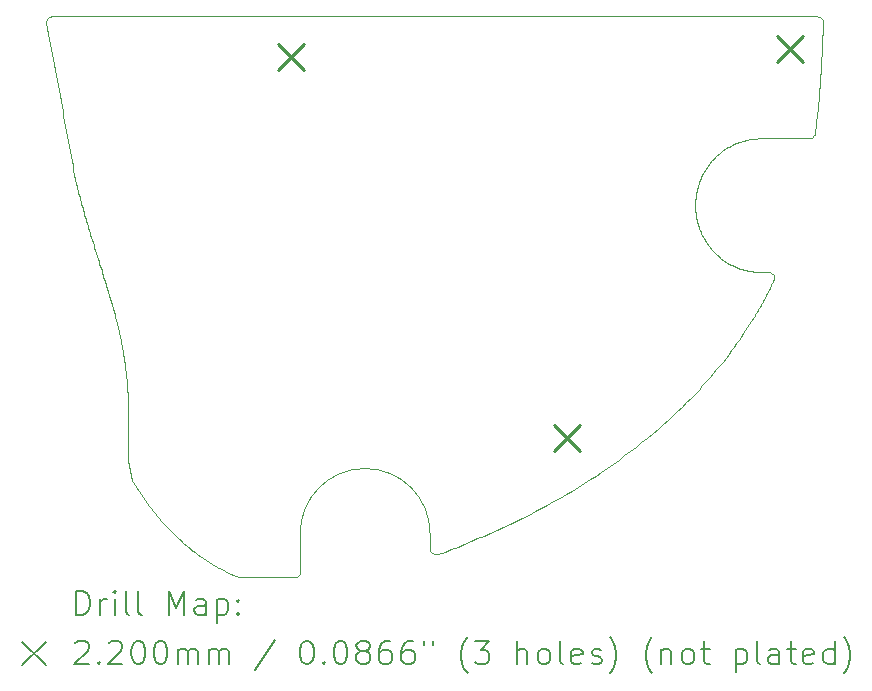
<source format=gbr>
%TF.GenerationSoftware,KiCad,Pcbnew,7.0.6*%
%TF.CreationDate,2023-07-13T14:44:57+02:00*%
%TF.ProjectId,LH_HeadLogicBoard_FreeJoy,4c485f48-6561-4644-9c6f-676963426f61,rev?*%
%TF.SameCoordinates,Original*%
%TF.FileFunction,Drillmap*%
%TF.FilePolarity,Positive*%
%FSLAX45Y45*%
G04 Gerber Fmt 4.5, Leading zero omitted, Abs format (unit mm)*
G04 Created by KiCad (PCBNEW 7.0.6) date 2023-07-13 14:44:57*
%MOMM*%
%LPD*%
G01*
G04 APERTURE LIST*
%ADD10C,0.100000*%
%ADD11C,0.200000*%
%ADD12C,0.220000*%
G04 APERTURE END LIST*
D10*
X8632537Y-4079044D02*
X8626494Y-4087414D01*
X8619829Y-4093633D01*
X2748092Y-5747828D02*
X2750682Y-5759470D01*
X2753232Y-5771120D01*
X2755741Y-5782781D01*
X2758208Y-5794454D01*
X2760634Y-5806143D01*
X2763019Y-5817848D01*
X2763962Y-5822536D01*
X2568666Y-5122869D02*
X2575310Y-5144082D01*
X2581739Y-5164589D01*
X2587961Y-5184422D01*
X2593985Y-5203617D01*
X2599820Y-5222208D01*
X2605475Y-5240231D01*
X2610958Y-5257719D01*
X2616278Y-5274708D01*
X2621443Y-5291231D01*
X2626463Y-5307324D01*
X2631346Y-5323022D01*
X2636101Y-5338358D01*
X2640736Y-5353367D01*
X2645260Y-5368085D01*
X2649683Y-5382545D01*
X2654012Y-5396783D01*
X2658256Y-5410833D01*
X2662424Y-5424729D01*
X2666525Y-5438507D01*
X2670568Y-5452201D01*
X2674561Y-5465845D01*
X2678513Y-5479474D01*
X2682432Y-5493124D01*
X2686328Y-5506827D01*
X2690209Y-5520620D01*
X2694083Y-5534536D01*
X2697960Y-5548611D01*
X2701848Y-5562879D01*
X2705757Y-5577374D01*
X2709693Y-5592132D01*
X2713667Y-5607186D01*
X2717687Y-5622572D01*
X8175672Y-4104117D02*
X8160503Y-4104344D01*
X8145354Y-4105022D01*
X8130238Y-4106147D01*
X8115164Y-4107712D01*
X8100142Y-4109712D01*
X8085183Y-4112143D01*
X8070296Y-4114999D01*
X8055493Y-4118275D01*
X8040782Y-4121965D01*
X8026174Y-4126065D01*
X8011680Y-4130569D01*
X7997309Y-4135472D01*
X7983072Y-4140768D01*
X7968979Y-4146454D01*
X7955041Y-4152522D01*
X7941266Y-4158968D01*
X7927666Y-4165787D01*
X7914250Y-4172974D01*
X7901030Y-4180523D01*
X7888014Y-4188430D01*
X7875214Y-4196688D01*
X7862639Y-4205293D01*
X7850299Y-4214239D01*
X7838206Y-4223522D01*
X7826368Y-4233136D01*
X7814796Y-4243075D01*
X7803501Y-4253335D01*
X7792492Y-4263911D01*
X7781779Y-4274796D01*
X7771374Y-4285987D01*
X7761286Y-4297477D01*
X7751524Y-4309262D01*
X2918166Y-7090913D02*
X2935616Y-7116702D01*
X2953023Y-7141830D01*
X2970382Y-7166305D01*
X2987688Y-7190140D01*
X3004938Y-7213343D01*
X3022127Y-7235926D01*
X3039250Y-7257899D01*
X3056302Y-7279272D01*
X3073279Y-7300056D01*
X3090177Y-7320261D01*
X3106990Y-7339899D01*
X3123714Y-7358978D01*
X3140345Y-7377510D01*
X3156878Y-7395505D01*
X3173309Y-7412974D01*
X3189632Y-7429927D01*
X3205844Y-7446374D01*
X3221939Y-7462326D01*
X3237914Y-7477794D01*
X3253763Y-7492787D01*
X3269483Y-7507317D01*
X3285068Y-7521393D01*
X3300513Y-7535026D01*
X3315815Y-7548227D01*
X3330969Y-7561006D01*
X3345970Y-7573374D01*
X3360814Y-7585340D01*
X3375495Y-7596916D01*
X3390010Y-7608112D01*
X3404354Y-7618938D01*
X3418523Y-7629405D01*
X3432511Y-7639523D01*
X8243547Y-5233297D02*
X8253817Y-5234363D01*
X8262530Y-5237040D01*
X8175672Y-4104117D02*
X8589194Y-4104117D01*
X8693576Y-3085783D02*
X8700136Y-3093755D01*
X8704456Y-3101781D01*
X8243547Y-5233297D02*
X8175672Y-5233297D01*
X5410905Y-7622184D02*
X5401985Y-7616985D01*
X5395146Y-7610958D01*
X8262530Y-5237040D02*
X8271626Y-5241925D01*
X8278670Y-5247710D01*
X7751524Y-4309262D02*
X7741943Y-4321538D01*
X7732723Y-4334085D01*
X7723865Y-4346893D01*
X7715372Y-4359949D01*
X7707247Y-4373243D01*
X7699493Y-4386762D01*
X7692112Y-4400496D01*
X7685107Y-4414434D01*
X7678481Y-4428563D01*
X7672235Y-4442873D01*
X7666373Y-4457352D01*
X7660898Y-4471988D01*
X7655811Y-4486771D01*
X7651116Y-4501689D01*
X7646815Y-4516731D01*
X7642911Y-4531885D01*
X7639406Y-4547140D01*
X7636303Y-4562484D01*
X7633604Y-4577907D01*
X7631313Y-4593396D01*
X7629431Y-4608941D01*
X7627962Y-4624530D01*
X7626908Y-4640151D01*
X7626272Y-4655794D01*
X7626056Y-4671447D01*
X7626263Y-4687099D01*
X7626895Y-4702737D01*
X7627955Y-4718352D01*
X7629446Y-4733931D01*
X7631371Y-4749464D01*
X7633731Y-4764938D01*
X7636530Y-4780342D01*
X4281488Y-7448351D02*
X4281488Y-7769518D01*
X7636530Y-4780342D02*
X7639681Y-4795280D01*
X7643244Y-4810117D01*
X7647211Y-4824845D01*
X7651578Y-4839454D01*
X7656337Y-4853936D01*
X7661483Y-4868281D01*
X7667009Y-4882481D01*
X7672910Y-4896526D01*
X7679178Y-4910407D01*
X7685809Y-4924115D01*
X7692796Y-4937642D01*
X7700133Y-4950977D01*
X7707813Y-4964112D01*
X7715831Y-4977038D01*
X7724181Y-4989746D01*
X7732856Y-5002226D01*
X7741850Y-5014470D01*
X7751157Y-5026469D01*
X7760771Y-5038212D01*
X7770687Y-5049693D01*
X7780897Y-5060900D01*
X7791395Y-5071825D01*
X7802176Y-5082460D01*
X7813234Y-5092795D01*
X7824562Y-5102820D01*
X7836154Y-5112528D01*
X7848004Y-5121908D01*
X7860106Y-5130952D01*
X7872453Y-5139651D01*
X7885041Y-5147995D01*
X7897862Y-5155975D01*
X7910910Y-5163583D01*
X2132302Y-3111071D02*
X2135460Y-3101242D01*
X2139875Y-3093267D01*
X8638756Y-4060722D02*
X8642419Y-4032737D01*
X8645960Y-4004681D01*
X8649382Y-3976553D01*
X8652686Y-3948352D01*
X8655877Y-3920076D01*
X8658956Y-3891724D01*
X8661925Y-3863294D01*
X8664789Y-3834785D01*
X8667548Y-3806196D01*
X8670207Y-3777524D01*
X8672767Y-3748769D01*
X8675231Y-3719930D01*
X8677602Y-3691004D01*
X8679882Y-3661990D01*
X8682074Y-3632888D01*
X8684181Y-3603694D01*
X8686205Y-3574409D01*
X8688149Y-3545030D01*
X8690016Y-3515557D01*
X8691808Y-3485987D01*
X8693527Y-3456319D01*
X8695177Y-3426552D01*
X8696759Y-3396685D01*
X8698278Y-3366715D01*
X8699735Y-3336642D01*
X8701132Y-3306464D01*
X8702473Y-3276179D01*
X8703760Y-3245787D01*
X8704996Y-3215286D01*
X8706183Y-3184673D01*
X8707325Y-3153949D01*
X8708423Y-3123111D01*
X5429746Y-7626587D02*
X5419519Y-7625164D01*
X5410905Y-7622184D01*
X3432511Y-7639523D02*
X3440945Y-7645518D01*
X3449417Y-7651453D01*
X3457924Y-7657330D01*
X3466468Y-7663148D01*
X3475046Y-7668906D01*
X3483659Y-7674604D01*
X3492306Y-7680242D01*
X3500987Y-7685820D01*
X3509701Y-7691338D01*
X3518448Y-7696795D01*
X3527226Y-7702191D01*
X3536037Y-7707526D01*
X3544878Y-7712800D01*
X3553750Y-7718013D01*
X3562652Y-7723164D01*
X3571584Y-7728253D01*
X3580545Y-7733280D01*
X3589534Y-7738245D01*
X3598552Y-7743148D01*
X3607597Y-7747987D01*
X3616669Y-7752765D01*
X3625767Y-7757478D01*
X3634892Y-7762129D01*
X3644042Y-7766716D01*
X3653217Y-7771240D01*
X3662417Y-7775700D01*
X3671640Y-7780095D01*
X3680887Y-7784427D01*
X3690158Y-7788693D01*
X3699450Y-7792896D01*
X3708765Y-7797033D01*
X3718101Y-7801105D01*
X8677436Y-3075113D02*
X8686531Y-3079998D01*
X8693576Y-3085783D01*
X2132056Y-3130418D02*
X2139887Y-3172957D01*
X2147774Y-3215766D01*
X2155712Y-3258818D01*
X2163695Y-3302083D01*
X2171719Y-3345533D01*
X2179777Y-3389141D01*
X2187864Y-3432878D01*
X2195975Y-3476717D01*
X2204105Y-3520628D01*
X2212247Y-3564584D01*
X2220397Y-3608557D01*
X2228549Y-3652518D01*
X2236698Y-3696440D01*
X2244838Y-3740293D01*
X2252964Y-3784051D01*
X2261071Y-3827684D01*
X2269153Y-3871165D01*
X2277205Y-3914465D01*
X2285220Y-3957557D01*
X2293195Y-4000411D01*
X2301124Y-4043001D01*
X2309000Y-4085298D01*
X2316819Y-4127273D01*
X2324576Y-4168898D01*
X2332264Y-4210146D01*
X2339879Y-4250988D01*
X2347415Y-4291396D01*
X2354866Y-4331341D01*
X2362228Y-4370796D01*
X2369495Y-4409733D01*
X2376661Y-4448123D01*
X2383721Y-4485938D01*
X2776533Y-5888983D02*
X2778357Y-5899335D01*
X2780145Y-5909690D01*
X2781898Y-5920048D01*
X2783615Y-5930412D01*
X2785297Y-5940781D01*
X2786943Y-5951159D01*
X2788554Y-5961544D01*
X2790130Y-5971940D01*
X5381488Y-7448351D02*
G75*
G03*
X4281488Y-7448351I-550000J0D01*
G01*
X2153640Y-3079670D02*
X2162516Y-3075004D01*
X2166824Y-3073489D01*
X4281488Y-7769518D02*
X4280422Y-7779787D01*
X4277744Y-7788500D01*
X3718101Y-7801105D02*
X3727598Y-7805170D01*
X3737016Y-7809124D01*
X3746353Y-7812970D01*
X3755609Y-7816707D01*
X2860541Y-7001212D02*
X2856490Y-6993081D01*
X2763962Y-5822536D02*
X2766020Y-5832898D01*
X2768042Y-5843266D01*
X2770031Y-5853640D01*
X2771985Y-5864023D01*
X2773904Y-5874415D01*
X2775788Y-5884818D01*
X2776533Y-5888983D01*
X8605384Y-4101423D02*
X8595363Y-4103734D01*
X8589194Y-4104117D01*
X2824206Y-6828678D02*
X2823510Y-6823659D01*
X8292399Y-5293953D02*
X8289176Y-5303743D01*
X8288728Y-5304714D01*
X5384830Y-7594590D02*
X5382133Y-7584627D01*
X5381488Y-7576617D01*
X8293543Y-5282641D02*
X8292615Y-5292906D01*
X8292399Y-5293953D01*
X8289551Y-5263709D02*
X8292593Y-5273575D01*
X8293543Y-5282641D01*
X2856490Y-6993081D02*
X2853977Y-6984352D01*
X4126152Y-7819445D02*
X4137335Y-7819448D01*
X4147397Y-7819454D01*
X4159410Y-7819467D01*
X4170251Y-7819483D01*
X4180386Y-7819499D01*
X4192779Y-7819517D01*
X4203043Y-7819527D01*
X4214126Y-7819530D01*
X4217080Y-7819529D01*
X3774366Y-7820280D02*
X3785413Y-7820237D01*
X3796483Y-7820195D01*
X3807577Y-7820154D01*
X3818694Y-7820113D01*
X3829836Y-7820073D01*
X3841003Y-7820034D01*
X3852198Y-7819995D01*
X3863419Y-7819957D01*
X8619829Y-4093633D02*
X8611096Y-4099064D01*
X8605384Y-4101423D01*
X2383721Y-4485938D02*
X2388835Y-4505946D01*
X2393911Y-4525637D01*
X2398957Y-4545041D01*
X2403981Y-4564191D01*
X2408992Y-4583117D01*
X2413997Y-4601849D01*
X2419005Y-4620420D01*
X2424023Y-4638860D01*
X2429060Y-4657200D01*
X2434124Y-4675471D01*
X2439222Y-4693704D01*
X2444364Y-4711931D01*
X2449556Y-4730182D01*
X2454808Y-4748489D01*
X2460127Y-4766882D01*
X2465521Y-4785392D01*
X2470999Y-4804051D01*
X2476568Y-4822889D01*
X2482236Y-4841939D01*
X2488012Y-4861229D01*
X2493904Y-4880793D01*
X2499920Y-4900660D01*
X2506067Y-4920862D01*
X2512355Y-4941430D01*
X2518791Y-4962395D01*
X2525383Y-4983787D01*
X2532139Y-5005639D01*
X2539067Y-5027981D01*
X2546176Y-5050844D01*
X2553473Y-5074258D01*
X2560967Y-5098257D01*
X2568666Y-5122869D01*
X3764815Y-7819397D02*
X3755609Y-7816707D01*
X2132056Y-3130418D02*
X2131246Y-3120125D01*
X2132302Y-3111071D01*
X8704456Y-3101781D02*
X8707481Y-3111557D01*
X8707610Y-3112229D01*
X4241512Y-7818503D02*
X4231545Y-7819518D01*
X7910910Y-5163583D02*
X7926146Y-5171850D01*
X7941635Y-5179617D01*
X7957360Y-5186880D01*
X7973303Y-5193634D01*
X7989450Y-5199875D01*
X8005782Y-5205598D01*
X8022283Y-5210797D01*
X8038938Y-5215470D01*
X8055728Y-5219610D01*
X8072638Y-5223213D01*
X8089650Y-5226275D01*
X8106749Y-5228790D01*
X8123917Y-5230755D01*
X8141138Y-5232164D01*
X8158395Y-5233013D01*
X8175672Y-5233297D01*
X2809828Y-6131594D02*
X2811023Y-6144078D01*
X2812169Y-6156553D01*
X2813266Y-6169022D01*
X2814316Y-6181485D01*
X2815320Y-6193943D01*
X2816277Y-6206397D01*
X2817188Y-6218848D01*
X2818055Y-6231297D01*
X2818878Y-6243745D01*
X2819656Y-6256193D01*
X2820393Y-6268642D01*
X2821086Y-6281093D01*
X2821739Y-6293547D01*
X2822350Y-6306004D01*
X2822921Y-6318467D01*
X2823453Y-6330936D01*
X2823453Y-6330936D02*
X2824080Y-6347044D01*
X2824640Y-6363083D01*
X2825134Y-6379054D01*
X2825566Y-6394959D01*
X2825939Y-6410799D01*
X2826254Y-6426575D01*
X2826515Y-6442288D01*
X2826724Y-6457940D01*
X2826884Y-6473532D01*
X2826998Y-6489066D01*
X2827069Y-6504542D01*
X2827098Y-6519962D01*
X2827090Y-6535327D01*
X2827047Y-6550639D01*
X2826971Y-6565899D01*
X2826865Y-6581108D01*
X2826731Y-6596267D01*
X2826574Y-6611378D01*
X2826395Y-6626442D01*
X2826196Y-6641461D01*
X2825982Y-6656435D01*
X2825754Y-6671366D01*
X2825515Y-6686256D01*
X2825268Y-6701105D01*
X2825015Y-6715914D01*
X2824760Y-6730686D01*
X2824505Y-6745422D01*
X2824252Y-6760122D01*
X2824005Y-6774788D01*
X2823767Y-6789421D01*
X2823539Y-6804023D01*
X2823325Y-6818595D01*
X5381488Y-7448351D02*
X5381488Y-7576617D01*
X8707610Y-3112229D02*
X8708442Y-3122428D01*
X8708423Y-3123111D01*
X5448847Y-7623507D02*
X5504917Y-7602505D01*
X5560812Y-7581074D01*
X5616523Y-7559210D01*
X5672044Y-7536909D01*
X5727369Y-7514164D01*
X5782490Y-7490971D01*
X5837401Y-7467325D01*
X5892096Y-7443222D01*
X5946566Y-7418655D01*
X6000806Y-7393621D01*
X6054809Y-7368114D01*
X6108568Y-7342129D01*
X6162076Y-7315662D01*
X6215326Y-7288707D01*
X6268312Y-7261260D01*
X6321027Y-7233315D01*
X6373464Y-7204867D01*
X6425617Y-7175913D01*
X6477478Y-7146445D01*
X6529040Y-7116461D01*
X6580298Y-7085954D01*
X6631244Y-7054921D01*
X6681872Y-7023355D01*
X6732174Y-6991252D01*
X6782144Y-6958607D01*
X6831775Y-6925415D01*
X6881061Y-6891671D01*
X6929994Y-6857370D01*
X6978569Y-6822508D01*
X7026777Y-6787078D01*
X7074612Y-6751077D01*
X7122068Y-6714499D01*
X4078981Y-7819462D02*
X4089698Y-7819456D01*
X4100772Y-7819451D01*
X4111527Y-7819447D01*
X4122557Y-7819446D01*
X4126152Y-7819445D01*
X3774366Y-7820280D02*
X3764815Y-7819397D01*
X3863419Y-7819957D02*
X3877094Y-7819912D01*
X3887500Y-7819878D01*
X3898826Y-7819843D01*
X3910976Y-7819805D01*
X3923855Y-7819767D01*
X3937366Y-7819729D01*
X3951415Y-7819691D01*
X3965904Y-7819654D01*
X3980740Y-7819618D01*
X3995825Y-7819584D01*
X4011064Y-7819553D01*
X4026362Y-7819525D01*
X4041622Y-7819501D01*
X4056749Y-7819482D01*
X4071647Y-7819467D01*
X4078981Y-7819462D01*
X2717687Y-5622572D02*
X2720706Y-5634252D01*
X2723692Y-5645940D01*
X2726643Y-5657637D01*
X2729560Y-5669345D01*
X2732442Y-5681066D01*
X2735288Y-5692802D01*
X2738099Y-5704555D01*
X2740874Y-5716328D01*
X2743612Y-5728121D01*
X2746312Y-5739937D01*
X2748092Y-5747828D01*
X2823510Y-6823659D02*
X2823325Y-6818595D01*
X2860541Y-7001212D02*
X2865979Y-7009985D01*
X2871410Y-7018682D01*
X2876834Y-7027303D01*
X2882251Y-7035848D01*
X2887660Y-7044318D01*
X2894861Y-7055494D01*
X2902048Y-7066539D01*
X2909221Y-7077453D01*
X2916379Y-7088237D01*
X2918166Y-7090913D01*
X8100198Y-5650882D02*
X8107718Y-5638687D01*
X8115042Y-5626740D01*
X8122179Y-5615025D01*
X8129140Y-5603527D01*
X8135932Y-5592229D01*
X8142566Y-5581115D01*
X8149049Y-5570170D01*
X8155391Y-5559378D01*
X8161601Y-5548722D01*
X8167688Y-5538187D01*
X8173661Y-5527757D01*
X8179529Y-5517416D01*
X8185301Y-5507147D01*
X8190986Y-5496936D01*
X8196593Y-5486766D01*
X8202131Y-5476621D01*
X8207610Y-5466485D01*
X8213037Y-5456342D01*
X8218422Y-5446177D01*
X8223775Y-5435973D01*
X8229104Y-5425714D01*
X8234418Y-5415385D01*
X8239726Y-5404970D01*
X8245037Y-5394452D01*
X8250361Y-5383816D01*
X8255706Y-5373046D01*
X8261081Y-5362126D01*
X8266496Y-5351039D01*
X8271959Y-5339771D01*
X8277479Y-5328304D01*
X8283066Y-5316624D01*
X8288728Y-5304714D01*
X2139875Y-3093267D02*
X2146528Y-3085372D01*
X2153640Y-3079670D01*
X2166824Y-3073489D02*
X2176668Y-3071578D01*
X2181230Y-3071369D01*
X2790130Y-5971940D02*
X2791607Y-5981912D01*
X2793051Y-5991882D01*
X2794461Y-6001850D01*
X2795837Y-6011817D01*
X2797180Y-6021784D01*
X2798491Y-6031752D01*
X2799768Y-6041720D01*
X2801013Y-6051690D01*
X2802226Y-6061663D01*
X2803406Y-6071638D01*
X2804555Y-6081618D01*
X2805672Y-6091601D01*
X2806757Y-6101590D01*
X2807812Y-6111585D01*
X2808835Y-6121586D01*
X2809828Y-6131594D01*
X4251076Y-7815521D02*
X4241512Y-7818503D01*
X8278670Y-5247710D02*
X8285230Y-5255683D01*
X8289551Y-5263709D01*
X4267074Y-7804641D02*
X4259102Y-7811201D01*
X4251076Y-7815521D01*
X2824206Y-6828678D02*
X2826988Y-6843252D01*
X2829773Y-6857831D01*
X2832559Y-6872416D01*
X2835347Y-6887006D01*
X2838137Y-6901600D01*
X2840928Y-6916197D01*
X2843722Y-6930798D01*
X2846517Y-6945401D01*
X2849313Y-6960006D01*
X2852111Y-6974613D01*
X2853977Y-6984352D01*
X8658453Y-3071369D02*
X8668722Y-3072435D01*
X8677436Y-3075113D01*
X4217080Y-7819529D02*
X4227216Y-7819522D01*
X4231545Y-7819518D01*
X5395146Y-7610958D02*
X5388868Y-7602762D01*
X5384830Y-7594590D01*
X7122068Y-6714499D02*
X7170940Y-6675898D01*
X7218422Y-6637447D01*
X7264536Y-6599165D01*
X7309301Y-6561072D01*
X7352740Y-6523188D01*
X7394872Y-6485532D01*
X7435719Y-6448124D01*
X7475301Y-6410983D01*
X7513640Y-6374129D01*
X7550756Y-6337583D01*
X7586671Y-6301362D01*
X7621404Y-6265488D01*
X7654977Y-6229979D01*
X7687411Y-6194856D01*
X7718727Y-6160137D01*
X7748945Y-6125843D01*
X7778086Y-6091993D01*
X7806171Y-6058607D01*
X7833222Y-6025704D01*
X7859259Y-5993304D01*
X7884302Y-5961427D01*
X7908373Y-5930092D01*
X7931493Y-5899319D01*
X7953682Y-5869127D01*
X7974961Y-5839537D01*
X7995352Y-5810567D01*
X8014875Y-5782237D01*
X8033550Y-5754568D01*
X8051399Y-5727578D01*
X8068443Y-5701287D01*
X8084703Y-5675716D01*
X8100198Y-5650882D01*
X4277744Y-7788500D02*
X4272859Y-7797596D01*
X4267074Y-7804641D01*
X5448847Y-7623507D02*
X5438846Y-7626073D01*
X5429746Y-7626587D01*
X8638756Y-4060722D02*
X8636342Y-4070760D01*
X8632537Y-4079044D01*
X8658453Y-3071369D02*
X2181230Y-3071369D01*
D11*
D12*
X4097500Y-3307500D02*
X4317500Y-3527500D01*
X4317500Y-3307500D02*
X4097500Y-3527500D01*
X6427500Y-6527500D02*
X6647500Y-6747500D01*
X6647500Y-6527500D02*
X6427500Y-6747500D01*
X8320000Y-3235000D02*
X8540000Y-3455000D01*
X8540000Y-3235000D02*
X8320000Y-3455000D01*
D11*
X2386654Y-8136776D02*
X2386654Y-7936776D01*
X2386654Y-7936776D02*
X2434273Y-7936776D01*
X2434273Y-7936776D02*
X2462845Y-7946300D01*
X2462845Y-7946300D02*
X2481892Y-7965348D01*
X2481892Y-7965348D02*
X2491416Y-7984395D01*
X2491416Y-7984395D02*
X2500940Y-8022490D01*
X2500940Y-8022490D02*
X2500940Y-8051062D01*
X2500940Y-8051062D02*
X2491416Y-8089157D01*
X2491416Y-8089157D02*
X2481892Y-8108205D01*
X2481892Y-8108205D02*
X2462845Y-8127252D01*
X2462845Y-8127252D02*
X2434273Y-8136776D01*
X2434273Y-8136776D02*
X2386654Y-8136776D01*
X2586654Y-8136776D02*
X2586654Y-8003443D01*
X2586654Y-8041538D02*
X2596178Y-8022490D01*
X2596178Y-8022490D02*
X2605702Y-8012967D01*
X2605702Y-8012967D02*
X2624749Y-8003443D01*
X2624749Y-8003443D02*
X2643797Y-8003443D01*
X2710464Y-8136776D02*
X2710464Y-8003443D01*
X2710464Y-7936776D02*
X2700940Y-7946300D01*
X2700940Y-7946300D02*
X2710464Y-7955824D01*
X2710464Y-7955824D02*
X2719988Y-7946300D01*
X2719988Y-7946300D02*
X2710464Y-7936776D01*
X2710464Y-7936776D02*
X2710464Y-7955824D01*
X2834273Y-8136776D02*
X2815226Y-8127252D01*
X2815226Y-8127252D02*
X2805702Y-8108205D01*
X2805702Y-8108205D02*
X2805702Y-7936776D01*
X2939035Y-8136776D02*
X2919987Y-8127252D01*
X2919987Y-8127252D02*
X2910464Y-8108205D01*
X2910464Y-8108205D02*
X2910464Y-7936776D01*
X3167607Y-8136776D02*
X3167607Y-7936776D01*
X3167607Y-7936776D02*
X3234273Y-8079633D01*
X3234273Y-8079633D02*
X3300940Y-7936776D01*
X3300940Y-7936776D02*
X3300940Y-8136776D01*
X3481892Y-8136776D02*
X3481892Y-8032014D01*
X3481892Y-8032014D02*
X3472368Y-8012967D01*
X3472368Y-8012967D02*
X3453321Y-8003443D01*
X3453321Y-8003443D02*
X3415226Y-8003443D01*
X3415226Y-8003443D02*
X3396178Y-8012967D01*
X3481892Y-8127252D02*
X3462845Y-8136776D01*
X3462845Y-8136776D02*
X3415226Y-8136776D01*
X3415226Y-8136776D02*
X3396178Y-8127252D01*
X3396178Y-8127252D02*
X3386654Y-8108205D01*
X3386654Y-8108205D02*
X3386654Y-8089157D01*
X3386654Y-8089157D02*
X3396178Y-8070109D01*
X3396178Y-8070109D02*
X3415226Y-8060586D01*
X3415226Y-8060586D02*
X3462845Y-8060586D01*
X3462845Y-8060586D02*
X3481892Y-8051062D01*
X3577130Y-8003443D02*
X3577130Y-8203443D01*
X3577130Y-8012967D02*
X3596178Y-8003443D01*
X3596178Y-8003443D02*
X3634273Y-8003443D01*
X3634273Y-8003443D02*
X3653321Y-8012967D01*
X3653321Y-8012967D02*
X3662845Y-8022490D01*
X3662845Y-8022490D02*
X3672368Y-8041538D01*
X3672368Y-8041538D02*
X3672368Y-8098681D01*
X3672368Y-8098681D02*
X3662845Y-8117728D01*
X3662845Y-8117728D02*
X3653321Y-8127252D01*
X3653321Y-8127252D02*
X3634273Y-8136776D01*
X3634273Y-8136776D02*
X3596178Y-8136776D01*
X3596178Y-8136776D02*
X3577130Y-8127252D01*
X3758083Y-8117728D02*
X3767607Y-8127252D01*
X3767607Y-8127252D02*
X3758083Y-8136776D01*
X3758083Y-8136776D02*
X3748559Y-8127252D01*
X3748559Y-8127252D02*
X3758083Y-8117728D01*
X3758083Y-8117728D02*
X3758083Y-8136776D01*
X3758083Y-8012967D02*
X3767607Y-8022490D01*
X3767607Y-8022490D02*
X3758083Y-8032014D01*
X3758083Y-8032014D02*
X3748559Y-8022490D01*
X3748559Y-8022490D02*
X3758083Y-8012967D01*
X3758083Y-8012967D02*
X3758083Y-8032014D01*
X1925877Y-8365292D02*
X2125877Y-8565292D01*
X2125877Y-8365292D02*
X1925877Y-8565292D01*
X2377130Y-8375824D02*
X2386654Y-8366300D01*
X2386654Y-8366300D02*
X2405702Y-8356776D01*
X2405702Y-8356776D02*
X2453321Y-8356776D01*
X2453321Y-8356776D02*
X2472369Y-8366300D01*
X2472369Y-8366300D02*
X2481892Y-8375824D01*
X2481892Y-8375824D02*
X2491416Y-8394871D01*
X2491416Y-8394871D02*
X2491416Y-8413919D01*
X2491416Y-8413919D02*
X2481892Y-8442490D01*
X2481892Y-8442490D02*
X2367607Y-8556776D01*
X2367607Y-8556776D02*
X2491416Y-8556776D01*
X2577130Y-8537729D02*
X2586654Y-8547252D01*
X2586654Y-8547252D02*
X2577130Y-8556776D01*
X2577130Y-8556776D02*
X2567607Y-8547252D01*
X2567607Y-8547252D02*
X2577130Y-8537729D01*
X2577130Y-8537729D02*
X2577130Y-8556776D01*
X2662845Y-8375824D02*
X2672369Y-8366300D01*
X2672369Y-8366300D02*
X2691416Y-8356776D01*
X2691416Y-8356776D02*
X2739035Y-8356776D01*
X2739035Y-8356776D02*
X2758083Y-8366300D01*
X2758083Y-8366300D02*
X2767607Y-8375824D01*
X2767607Y-8375824D02*
X2777130Y-8394871D01*
X2777130Y-8394871D02*
X2777130Y-8413919D01*
X2777130Y-8413919D02*
X2767607Y-8442490D01*
X2767607Y-8442490D02*
X2653321Y-8556776D01*
X2653321Y-8556776D02*
X2777130Y-8556776D01*
X2900940Y-8356776D02*
X2919988Y-8356776D01*
X2919988Y-8356776D02*
X2939035Y-8366300D01*
X2939035Y-8366300D02*
X2948559Y-8375824D01*
X2948559Y-8375824D02*
X2958083Y-8394871D01*
X2958083Y-8394871D02*
X2967607Y-8432967D01*
X2967607Y-8432967D02*
X2967607Y-8480586D01*
X2967607Y-8480586D02*
X2958083Y-8518681D01*
X2958083Y-8518681D02*
X2948559Y-8537729D01*
X2948559Y-8537729D02*
X2939035Y-8547252D01*
X2939035Y-8547252D02*
X2919988Y-8556776D01*
X2919988Y-8556776D02*
X2900940Y-8556776D01*
X2900940Y-8556776D02*
X2881892Y-8547252D01*
X2881892Y-8547252D02*
X2872368Y-8537729D01*
X2872368Y-8537729D02*
X2862845Y-8518681D01*
X2862845Y-8518681D02*
X2853321Y-8480586D01*
X2853321Y-8480586D02*
X2853321Y-8432967D01*
X2853321Y-8432967D02*
X2862845Y-8394871D01*
X2862845Y-8394871D02*
X2872368Y-8375824D01*
X2872368Y-8375824D02*
X2881892Y-8366300D01*
X2881892Y-8366300D02*
X2900940Y-8356776D01*
X3091416Y-8356776D02*
X3110464Y-8356776D01*
X3110464Y-8356776D02*
X3129511Y-8366300D01*
X3129511Y-8366300D02*
X3139035Y-8375824D01*
X3139035Y-8375824D02*
X3148559Y-8394871D01*
X3148559Y-8394871D02*
X3158083Y-8432967D01*
X3158083Y-8432967D02*
X3158083Y-8480586D01*
X3158083Y-8480586D02*
X3148559Y-8518681D01*
X3148559Y-8518681D02*
X3139035Y-8537729D01*
X3139035Y-8537729D02*
X3129511Y-8547252D01*
X3129511Y-8547252D02*
X3110464Y-8556776D01*
X3110464Y-8556776D02*
X3091416Y-8556776D01*
X3091416Y-8556776D02*
X3072368Y-8547252D01*
X3072368Y-8547252D02*
X3062845Y-8537729D01*
X3062845Y-8537729D02*
X3053321Y-8518681D01*
X3053321Y-8518681D02*
X3043797Y-8480586D01*
X3043797Y-8480586D02*
X3043797Y-8432967D01*
X3043797Y-8432967D02*
X3053321Y-8394871D01*
X3053321Y-8394871D02*
X3062845Y-8375824D01*
X3062845Y-8375824D02*
X3072368Y-8366300D01*
X3072368Y-8366300D02*
X3091416Y-8356776D01*
X3243797Y-8556776D02*
X3243797Y-8423443D01*
X3243797Y-8442490D02*
X3253321Y-8432967D01*
X3253321Y-8432967D02*
X3272368Y-8423443D01*
X3272368Y-8423443D02*
X3300940Y-8423443D01*
X3300940Y-8423443D02*
X3319988Y-8432967D01*
X3319988Y-8432967D02*
X3329511Y-8452014D01*
X3329511Y-8452014D02*
X3329511Y-8556776D01*
X3329511Y-8452014D02*
X3339035Y-8432967D01*
X3339035Y-8432967D02*
X3358083Y-8423443D01*
X3358083Y-8423443D02*
X3386654Y-8423443D01*
X3386654Y-8423443D02*
X3405702Y-8432967D01*
X3405702Y-8432967D02*
X3415226Y-8452014D01*
X3415226Y-8452014D02*
X3415226Y-8556776D01*
X3510464Y-8556776D02*
X3510464Y-8423443D01*
X3510464Y-8442490D02*
X3519988Y-8432967D01*
X3519988Y-8432967D02*
X3539035Y-8423443D01*
X3539035Y-8423443D02*
X3567607Y-8423443D01*
X3567607Y-8423443D02*
X3586654Y-8432967D01*
X3586654Y-8432967D02*
X3596178Y-8452014D01*
X3596178Y-8452014D02*
X3596178Y-8556776D01*
X3596178Y-8452014D02*
X3605702Y-8432967D01*
X3605702Y-8432967D02*
X3624749Y-8423443D01*
X3624749Y-8423443D02*
X3653321Y-8423443D01*
X3653321Y-8423443D02*
X3672369Y-8432967D01*
X3672369Y-8432967D02*
X3681892Y-8452014D01*
X3681892Y-8452014D02*
X3681892Y-8556776D01*
X4072369Y-8347252D02*
X3900940Y-8604395D01*
X4329512Y-8356776D02*
X4348559Y-8356776D01*
X4348559Y-8356776D02*
X4367607Y-8366300D01*
X4367607Y-8366300D02*
X4377131Y-8375824D01*
X4377131Y-8375824D02*
X4386654Y-8394871D01*
X4386654Y-8394871D02*
X4396178Y-8432967D01*
X4396178Y-8432967D02*
X4396178Y-8480586D01*
X4396178Y-8480586D02*
X4386654Y-8518681D01*
X4386654Y-8518681D02*
X4377131Y-8537729D01*
X4377131Y-8537729D02*
X4367607Y-8547252D01*
X4367607Y-8547252D02*
X4348559Y-8556776D01*
X4348559Y-8556776D02*
X4329512Y-8556776D01*
X4329512Y-8556776D02*
X4310464Y-8547252D01*
X4310464Y-8547252D02*
X4300940Y-8537729D01*
X4300940Y-8537729D02*
X4291416Y-8518681D01*
X4291416Y-8518681D02*
X4281893Y-8480586D01*
X4281893Y-8480586D02*
X4281893Y-8432967D01*
X4281893Y-8432967D02*
X4291416Y-8394871D01*
X4291416Y-8394871D02*
X4300940Y-8375824D01*
X4300940Y-8375824D02*
X4310464Y-8366300D01*
X4310464Y-8366300D02*
X4329512Y-8356776D01*
X4481893Y-8537729D02*
X4491416Y-8547252D01*
X4491416Y-8547252D02*
X4481893Y-8556776D01*
X4481893Y-8556776D02*
X4472369Y-8547252D01*
X4472369Y-8547252D02*
X4481893Y-8537729D01*
X4481893Y-8537729D02*
X4481893Y-8556776D01*
X4615226Y-8356776D02*
X4634274Y-8356776D01*
X4634274Y-8356776D02*
X4653321Y-8366300D01*
X4653321Y-8366300D02*
X4662845Y-8375824D01*
X4662845Y-8375824D02*
X4672369Y-8394871D01*
X4672369Y-8394871D02*
X4681893Y-8432967D01*
X4681893Y-8432967D02*
X4681893Y-8480586D01*
X4681893Y-8480586D02*
X4672369Y-8518681D01*
X4672369Y-8518681D02*
X4662845Y-8537729D01*
X4662845Y-8537729D02*
X4653321Y-8547252D01*
X4653321Y-8547252D02*
X4634274Y-8556776D01*
X4634274Y-8556776D02*
X4615226Y-8556776D01*
X4615226Y-8556776D02*
X4596178Y-8547252D01*
X4596178Y-8547252D02*
X4586654Y-8537729D01*
X4586654Y-8537729D02*
X4577131Y-8518681D01*
X4577131Y-8518681D02*
X4567607Y-8480586D01*
X4567607Y-8480586D02*
X4567607Y-8432967D01*
X4567607Y-8432967D02*
X4577131Y-8394871D01*
X4577131Y-8394871D02*
X4586654Y-8375824D01*
X4586654Y-8375824D02*
X4596178Y-8366300D01*
X4596178Y-8366300D02*
X4615226Y-8356776D01*
X4796178Y-8442490D02*
X4777131Y-8432967D01*
X4777131Y-8432967D02*
X4767607Y-8423443D01*
X4767607Y-8423443D02*
X4758083Y-8404395D01*
X4758083Y-8404395D02*
X4758083Y-8394871D01*
X4758083Y-8394871D02*
X4767607Y-8375824D01*
X4767607Y-8375824D02*
X4777131Y-8366300D01*
X4777131Y-8366300D02*
X4796178Y-8356776D01*
X4796178Y-8356776D02*
X4834274Y-8356776D01*
X4834274Y-8356776D02*
X4853321Y-8366300D01*
X4853321Y-8366300D02*
X4862845Y-8375824D01*
X4862845Y-8375824D02*
X4872369Y-8394871D01*
X4872369Y-8394871D02*
X4872369Y-8404395D01*
X4872369Y-8404395D02*
X4862845Y-8423443D01*
X4862845Y-8423443D02*
X4853321Y-8432967D01*
X4853321Y-8432967D02*
X4834274Y-8442490D01*
X4834274Y-8442490D02*
X4796178Y-8442490D01*
X4796178Y-8442490D02*
X4777131Y-8452014D01*
X4777131Y-8452014D02*
X4767607Y-8461538D01*
X4767607Y-8461538D02*
X4758083Y-8480586D01*
X4758083Y-8480586D02*
X4758083Y-8518681D01*
X4758083Y-8518681D02*
X4767607Y-8537729D01*
X4767607Y-8537729D02*
X4777131Y-8547252D01*
X4777131Y-8547252D02*
X4796178Y-8556776D01*
X4796178Y-8556776D02*
X4834274Y-8556776D01*
X4834274Y-8556776D02*
X4853321Y-8547252D01*
X4853321Y-8547252D02*
X4862845Y-8537729D01*
X4862845Y-8537729D02*
X4872369Y-8518681D01*
X4872369Y-8518681D02*
X4872369Y-8480586D01*
X4872369Y-8480586D02*
X4862845Y-8461538D01*
X4862845Y-8461538D02*
X4853321Y-8452014D01*
X4853321Y-8452014D02*
X4834274Y-8442490D01*
X5043797Y-8356776D02*
X5005702Y-8356776D01*
X5005702Y-8356776D02*
X4986654Y-8366300D01*
X4986654Y-8366300D02*
X4977131Y-8375824D01*
X4977131Y-8375824D02*
X4958083Y-8404395D01*
X4958083Y-8404395D02*
X4948559Y-8442490D01*
X4948559Y-8442490D02*
X4948559Y-8518681D01*
X4948559Y-8518681D02*
X4958083Y-8537729D01*
X4958083Y-8537729D02*
X4967607Y-8547252D01*
X4967607Y-8547252D02*
X4986654Y-8556776D01*
X4986654Y-8556776D02*
X5024750Y-8556776D01*
X5024750Y-8556776D02*
X5043797Y-8547252D01*
X5043797Y-8547252D02*
X5053321Y-8537729D01*
X5053321Y-8537729D02*
X5062845Y-8518681D01*
X5062845Y-8518681D02*
X5062845Y-8471062D01*
X5062845Y-8471062D02*
X5053321Y-8452014D01*
X5053321Y-8452014D02*
X5043797Y-8442490D01*
X5043797Y-8442490D02*
X5024750Y-8432967D01*
X5024750Y-8432967D02*
X4986654Y-8432967D01*
X4986654Y-8432967D02*
X4967607Y-8442490D01*
X4967607Y-8442490D02*
X4958083Y-8452014D01*
X4958083Y-8452014D02*
X4948559Y-8471062D01*
X5234274Y-8356776D02*
X5196178Y-8356776D01*
X5196178Y-8356776D02*
X5177131Y-8366300D01*
X5177131Y-8366300D02*
X5167607Y-8375824D01*
X5167607Y-8375824D02*
X5148559Y-8404395D01*
X5148559Y-8404395D02*
X5139035Y-8442490D01*
X5139035Y-8442490D02*
X5139035Y-8518681D01*
X5139035Y-8518681D02*
X5148559Y-8537729D01*
X5148559Y-8537729D02*
X5158083Y-8547252D01*
X5158083Y-8547252D02*
X5177131Y-8556776D01*
X5177131Y-8556776D02*
X5215226Y-8556776D01*
X5215226Y-8556776D02*
X5234274Y-8547252D01*
X5234274Y-8547252D02*
X5243797Y-8537729D01*
X5243797Y-8537729D02*
X5253321Y-8518681D01*
X5253321Y-8518681D02*
X5253321Y-8471062D01*
X5253321Y-8471062D02*
X5243797Y-8452014D01*
X5243797Y-8452014D02*
X5234274Y-8442490D01*
X5234274Y-8442490D02*
X5215226Y-8432967D01*
X5215226Y-8432967D02*
X5177131Y-8432967D01*
X5177131Y-8432967D02*
X5158083Y-8442490D01*
X5158083Y-8442490D02*
X5148559Y-8452014D01*
X5148559Y-8452014D02*
X5139035Y-8471062D01*
X5329512Y-8356776D02*
X5329512Y-8394871D01*
X5405702Y-8356776D02*
X5405702Y-8394871D01*
X5700940Y-8632967D02*
X5691416Y-8623443D01*
X5691416Y-8623443D02*
X5672369Y-8594871D01*
X5672369Y-8594871D02*
X5662845Y-8575824D01*
X5662845Y-8575824D02*
X5653321Y-8547252D01*
X5653321Y-8547252D02*
X5643797Y-8499633D01*
X5643797Y-8499633D02*
X5643797Y-8461538D01*
X5643797Y-8461538D02*
X5653321Y-8413919D01*
X5653321Y-8413919D02*
X5662845Y-8385348D01*
X5662845Y-8385348D02*
X5672369Y-8366300D01*
X5672369Y-8366300D02*
X5691416Y-8337728D01*
X5691416Y-8337728D02*
X5700940Y-8328205D01*
X5758083Y-8356776D02*
X5881893Y-8356776D01*
X5881893Y-8356776D02*
X5815226Y-8432967D01*
X5815226Y-8432967D02*
X5843797Y-8432967D01*
X5843797Y-8432967D02*
X5862845Y-8442490D01*
X5862845Y-8442490D02*
X5872369Y-8452014D01*
X5872369Y-8452014D02*
X5881893Y-8471062D01*
X5881893Y-8471062D02*
X5881893Y-8518681D01*
X5881893Y-8518681D02*
X5872369Y-8537729D01*
X5872369Y-8537729D02*
X5862845Y-8547252D01*
X5862845Y-8547252D02*
X5843797Y-8556776D01*
X5843797Y-8556776D02*
X5786654Y-8556776D01*
X5786654Y-8556776D02*
X5767607Y-8547252D01*
X5767607Y-8547252D02*
X5758083Y-8537729D01*
X6119988Y-8556776D02*
X6119988Y-8356776D01*
X6205702Y-8556776D02*
X6205702Y-8452014D01*
X6205702Y-8452014D02*
X6196178Y-8432967D01*
X6196178Y-8432967D02*
X6177131Y-8423443D01*
X6177131Y-8423443D02*
X6148559Y-8423443D01*
X6148559Y-8423443D02*
X6129512Y-8432967D01*
X6129512Y-8432967D02*
X6119988Y-8442490D01*
X6329512Y-8556776D02*
X6310464Y-8547252D01*
X6310464Y-8547252D02*
X6300940Y-8537729D01*
X6300940Y-8537729D02*
X6291416Y-8518681D01*
X6291416Y-8518681D02*
X6291416Y-8461538D01*
X6291416Y-8461538D02*
X6300940Y-8442490D01*
X6300940Y-8442490D02*
X6310464Y-8432967D01*
X6310464Y-8432967D02*
X6329512Y-8423443D01*
X6329512Y-8423443D02*
X6358083Y-8423443D01*
X6358083Y-8423443D02*
X6377131Y-8432967D01*
X6377131Y-8432967D02*
X6386655Y-8442490D01*
X6386655Y-8442490D02*
X6396178Y-8461538D01*
X6396178Y-8461538D02*
X6396178Y-8518681D01*
X6396178Y-8518681D02*
X6386655Y-8537729D01*
X6386655Y-8537729D02*
X6377131Y-8547252D01*
X6377131Y-8547252D02*
X6358083Y-8556776D01*
X6358083Y-8556776D02*
X6329512Y-8556776D01*
X6510464Y-8556776D02*
X6491416Y-8547252D01*
X6491416Y-8547252D02*
X6481893Y-8528205D01*
X6481893Y-8528205D02*
X6481893Y-8356776D01*
X6662845Y-8547252D02*
X6643797Y-8556776D01*
X6643797Y-8556776D02*
X6605702Y-8556776D01*
X6605702Y-8556776D02*
X6586655Y-8547252D01*
X6586655Y-8547252D02*
X6577131Y-8528205D01*
X6577131Y-8528205D02*
X6577131Y-8452014D01*
X6577131Y-8452014D02*
X6586655Y-8432967D01*
X6586655Y-8432967D02*
X6605702Y-8423443D01*
X6605702Y-8423443D02*
X6643797Y-8423443D01*
X6643797Y-8423443D02*
X6662845Y-8432967D01*
X6662845Y-8432967D02*
X6672369Y-8452014D01*
X6672369Y-8452014D02*
X6672369Y-8471062D01*
X6672369Y-8471062D02*
X6577131Y-8490110D01*
X6748559Y-8547252D02*
X6767607Y-8556776D01*
X6767607Y-8556776D02*
X6805702Y-8556776D01*
X6805702Y-8556776D02*
X6824750Y-8547252D01*
X6824750Y-8547252D02*
X6834274Y-8528205D01*
X6834274Y-8528205D02*
X6834274Y-8518681D01*
X6834274Y-8518681D02*
X6824750Y-8499633D01*
X6824750Y-8499633D02*
X6805702Y-8490110D01*
X6805702Y-8490110D02*
X6777131Y-8490110D01*
X6777131Y-8490110D02*
X6758083Y-8480586D01*
X6758083Y-8480586D02*
X6748559Y-8461538D01*
X6748559Y-8461538D02*
X6748559Y-8452014D01*
X6748559Y-8452014D02*
X6758083Y-8432967D01*
X6758083Y-8432967D02*
X6777131Y-8423443D01*
X6777131Y-8423443D02*
X6805702Y-8423443D01*
X6805702Y-8423443D02*
X6824750Y-8432967D01*
X6900940Y-8632967D02*
X6910464Y-8623443D01*
X6910464Y-8623443D02*
X6929512Y-8594871D01*
X6929512Y-8594871D02*
X6939036Y-8575824D01*
X6939036Y-8575824D02*
X6948559Y-8547252D01*
X6948559Y-8547252D02*
X6958083Y-8499633D01*
X6958083Y-8499633D02*
X6958083Y-8461538D01*
X6958083Y-8461538D02*
X6948559Y-8413919D01*
X6948559Y-8413919D02*
X6939036Y-8385348D01*
X6939036Y-8385348D02*
X6929512Y-8366300D01*
X6929512Y-8366300D02*
X6910464Y-8337728D01*
X6910464Y-8337728D02*
X6900940Y-8328205D01*
X7262845Y-8632967D02*
X7253321Y-8623443D01*
X7253321Y-8623443D02*
X7234274Y-8594871D01*
X7234274Y-8594871D02*
X7224750Y-8575824D01*
X7224750Y-8575824D02*
X7215226Y-8547252D01*
X7215226Y-8547252D02*
X7205702Y-8499633D01*
X7205702Y-8499633D02*
X7205702Y-8461538D01*
X7205702Y-8461538D02*
X7215226Y-8413919D01*
X7215226Y-8413919D02*
X7224750Y-8385348D01*
X7224750Y-8385348D02*
X7234274Y-8366300D01*
X7234274Y-8366300D02*
X7253321Y-8337728D01*
X7253321Y-8337728D02*
X7262845Y-8328205D01*
X7339036Y-8423443D02*
X7339036Y-8556776D01*
X7339036Y-8442490D02*
X7348559Y-8432967D01*
X7348559Y-8432967D02*
X7367607Y-8423443D01*
X7367607Y-8423443D02*
X7396178Y-8423443D01*
X7396178Y-8423443D02*
X7415226Y-8432967D01*
X7415226Y-8432967D02*
X7424750Y-8452014D01*
X7424750Y-8452014D02*
X7424750Y-8556776D01*
X7548559Y-8556776D02*
X7529512Y-8547252D01*
X7529512Y-8547252D02*
X7519988Y-8537729D01*
X7519988Y-8537729D02*
X7510464Y-8518681D01*
X7510464Y-8518681D02*
X7510464Y-8461538D01*
X7510464Y-8461538D02*
X7519988Y-8442490D01*
X7519988Y-8442490D02*
X7529512Y-8432967D01*
X7529512Y-8432967D02*
X7548559Y-8423443D01*
X7548559Y-8423443D02*
X7577131Y-8423443D01*
X7577131Y-8423443D02*
X7596178Y-8432967D01*
X7596178Y-8432967D02*
X7605702Y-8442490D01*
X7605702Y-8442490D02*
X7615226Y-8461538D01*
X7615226Y-8461538D02*
X7615226Y-8518681D01*
X7615226Y-8518681D02*
X7605702Y-8537729D01*
X7605702Y-8537729D02*
X7596178Y-8547252D01*
X7596178Y-8547252D02*
X7577131Y-8556776D01*
X7577131Y-8556776D02*
X7548559Y-8556776D01*
X7672369Y-8423443D02*
X7748559Y-8423443D01*
X7700940Y-8356776D02*
X7700940Y-8528205D01*
X7700940Y-8528205D02*
X7710464Y-8547252D01*
X7710464Y-8547252D02*
X7729512Y-8556776D01*
X7729512Y-8556776D02*
X7748559Y-8556776D01*
X7967607Y-8423443D02*
X7967607Y-8623443D01*
X7967607Y-8432967D02*
X7986655Y-8423443D01*
X7986655Y-8423443D02*
X8024750Y-8423443D01*
X8024750Y-8423443D02*
X8043798Y-8432967D01*
X8043798Y-8432967D02*
X8053321Y-8442490D01*
X8053321Y-8442490D02*
X8062845Y-8461538D01*
X8062845Y-8461538D02*
X8062845Y-8518681D01*
X8062845Y-8518681D02*
X8053321Y-8537729D01*
X8053321Y-8537729D02*
X8043798Y-8547252D01*
X8043798Y-8547252D02*
X8024750Y-8556776D01*
X8024750Y-8556776D02*
X7986655Y-8556776D01*
X7986655Y-8556776D02*
X7967607Y-8547252D01*
X8177131Y-8556776D02*
X8158083Y-8547252D01*
X8158083Y-8547252D02*
X8148559Y-8528205D01*
X8148559Y-8528205D02*
X8148559Y-8356776D01*
X8339036Y-8556776D02*
X8339036Y-8452014D01*
X8339036Y-8452014D02*
X8329512Y-8432967D01*
X8329512Y-8432967D02*
X8310464Y-8423443D01*
X8310464Y-8423443D02*
X8272369Y-8423443D01*
X8272369Y-8423443D02*
X8253321Y-8432967D01*
X8339036Y-8547252D02*
X8319988Y-8556776D01*
X8319988Y-8556776D02*
X8272369Y-8556776D01*
X8272369Y-8556776D02*
X8253321Y-8547252D01*
X8253321Y-8547252D02*
X8243798Y-8528205D01*
X8243798Y-8528205D02*
X8243798Y-8509157D01*
X8243798Y-8509157D02*
X8253321Y-8490110D01*
X8253321Y-8490110D02*
X8272369Y-8480586D01*
X8272369Y-8480586D02*
X8319988Y-8480586D01*
X8319988Y-8480586D02*
X8339036Y-8471062D01*
X8405702Y-8423443D02*
X8481893Y-8423443D01*
X8434274Y-8356776D02*
X8434274Y-8528205D01*
X8434274Y-8528205D02*
X8443798Y-8547252D01*
X8443798Y-8547252D02*
X8462845Y-8556776D01*
X8462845Y-8556776D02*
X8481893Y-8556776D01*
X8624750Y-8547252D02*
X8605702Y-8556776D01*
X8605702Y-8556776D02*
X8567607Y-8556776D01*
X8567607Y-8556776D02*
X8548560Y-8547252D01*
X8548560Y-8547252D02*
X8539036Y-8528205D01*
X8539036Y-8528205D02*
X8539036Y-8452014D01*
X8539036Y-8452014D02*
X8548560Y-8432967D01*
X8548560Y-8432967D02*
X8567607Y-8423443D01*
X8567607Y-8423443D02*
X8605702Y-8423443D01*
X8605702Y-8423443D02*
X8624750Y-8432967D01*
X8624750Y-8432967D02*
X8634274Y-8452014D01*
X8634274Y-8452014D02*
X8634274Y-8471062D01*
X8634274Y-8471062D02*
X8539036Y-8490110D01*
X8805702Y-8556776D02*
X8805702Y-8356776D01*
X8805702Y-8547252D02*
X8786655Y-8556776D01*
X8786655Y-8556776D02*
X8748560Y-8556776D01*
X8748560Y-8556776D02*
X8729512Y-8547252D01*
X8729512Y-8547252D02*
X8719988Y-8537729D01*
X8719988Y-8537729D02*
X8710464Y-8518681D01*
X8710464Y-8518681D02*
X8710464Y-8461538D01*
X8710464Y-8461538D02*
X8719988Y-8442490D01*
X8719988Y-8442490D02*
X8729512Y-8432967D01*
X8729512Y-8432967D02*
X8748560Y-8423443D01*
X8748560Y-8423443D02*
X8786655Y-8423443D01*
X8786655Y-8423443D02*
X8805702Y-8432967D01*
X8881893Y-8632967D02*
X8891417Y-8623443D01*
X8891417Y-8623443D02*
X8910464Y-8594871D01*
X8910464Y-8594871D02*
X8919988Y-8575824D01*
X8919988Y-8575824D02*
X8929512Y-8547252D01*
X8929512Y-8547252D02*
X8939036Y-8499633D01*
X8939036Y-8499633D02*
X8939036Y-8461538D01*
X8939036Y-8461538D02*
X8929512Y-8413919D01*
X8929512Y-8413919D02*
X8919988Y-8385348D01*
X8919988Y-8385348D02*
X8910464Y-8366300D01*
X8910464Y-8366300D02*
X8891417Y-8337728D01*
X8891417Y-8337728D02*
X8881893Y-8328205D01*
M02*

</source>
